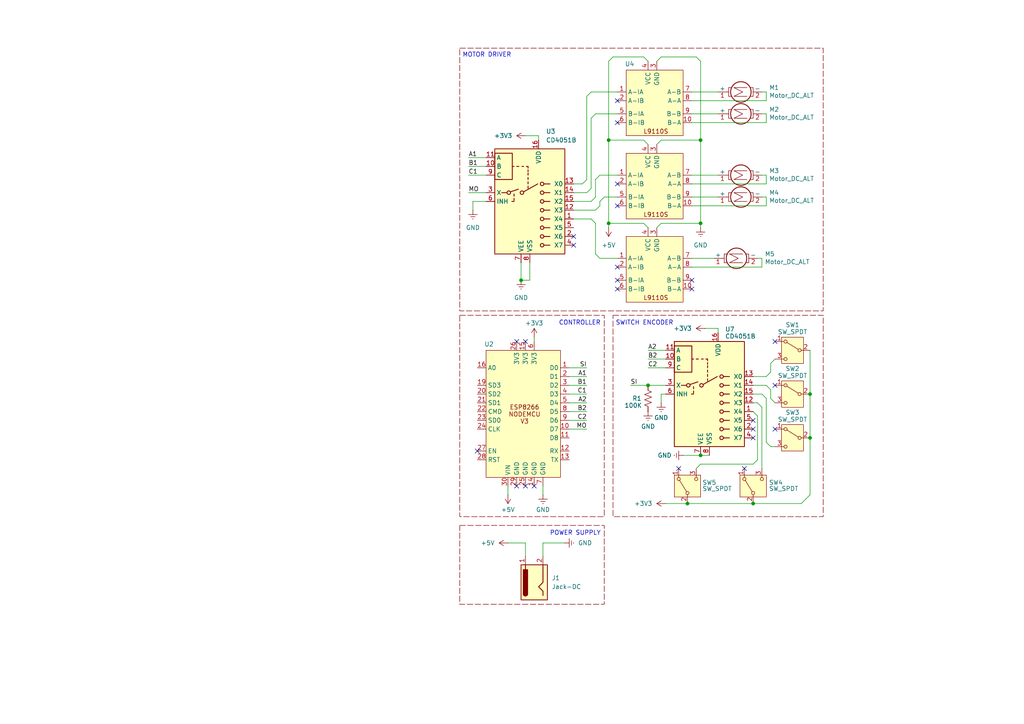
<source format=kicad_sch>
(kicad_sch (version 20250114) (generator "eeschema") (generator_version "9.0")
  (paper "A4")
  (title_block (title "Rinsing Machine wiring") (date "2025-07-20") (rev "4"))
  (lib_symbols
    (symbol "Analog_Switch:CD4051B"
      (property "Reference" "U" (at -10.16 16.51 0))
      (property "Value" "CD4051B" (at 3.81 16.51 0))
      (symbol "CD4051B_0_1"
        (rectangle (start -10.16 15.24) (end 10.16 -15.24) (stroke (width 0.254)) (fill (type background)))
        (rectangle (start -10.16 6.35) (end -5.08 13.97) (stroke (width 0.254)))
        (polyline (pts (xy -8.128 2.54) (xy -6.604 2.54)) (stroke (width 0.254)))
        (circle (center -6.096 2.54) (radius 0.508) (stroke (width 0.254)))
        (polyline (pts (xy -5.588 2.794) (xy -3.302 3.556)) (stroke (width 0.254)))
        (polyline (pts (xy -4.572 10.16) (xy -5.08 10.16)) (stroke (width 0.254)))
        (polyline (pts (xy -4.572 1.524) (xy -4.572 2.159)) (stroke (width 0.254)))
        (polyline (pts (xy -4.572 0.254) (xy -4.572 0.889)) (stroke (width 0.254)))
        (polyline (pts (xy -4.572 0) (xy -5.207 0)) (stroke (width 0.254)))
        (polyline (pts (xy -3.81 10.16) (xy -3.175 10.16)) (stroke (width 0.254)))
        (circle (center -2.286 2.54) (radius 0.508) (stroke (width 0.254)))
        (polyline (pts (xy -1.778 10.16) (xy -2.286 10.16)) (stroke (width 0.254)))
        (polyline (pts (xy -1.778 2.794) (xy 2.286 5.08)) (stroke (width 0.254)))
        (polyline (pts (xy -0.508 10.16) (xy -1.016 10.16)) (stroke (width 0.254)))
        (polyline (pts (xy -0.508 9.652) (xy -0.508 10.16)) (stroke (width 0.254)))
        (polyline (pts (xy -0.508 8.636) (xy -0.508 9.144)) (stroke (width 0.254)))
        (polyline (pts (xy -0.508 7.62) (xy -0.508 8.255)) (stroke (width 0.254)))
        (polyline (pts (xy -0.508 6.35) (xy -0.508 6.985)) (stroke (width 0.254)))
        (polyline (pts (xy -0.508 5.08) (xy -0.508 5.715)) (stroke (width 0.254)))
        (polyline (pts (xy -0.508 3.81) (xy -0.508 4.445)) (stroke (width 0.254)))
        (circle (center 3.556 5.08) (radius 0.508) (stroke (width 0.254)))
        (circle (center 3.556 2.54) (radius 0.508) (stroke (width 0.254)))
        (circle (center 3.556 0) (radius 0.508) (stroke (width 0.254)))
        (circle (center 3.556 -2.54) (radius 0.508) (stroke (width 0.254)))
        (circle (center 3.556 -5.08) (radius 0.508) (stroke (width 0.254)))
        (circle (center 3.556 -7.62) (radius 0.508) (stroke (width 0.254)))
        (circle (center 3.556 -10.16) (radius 0.508) (stroke (width 0.254)))
        (circle (center 3.556 -12.7) (radius 0.508) (stroke (width 0.254)))
        (polyline (pts (xy 4.064 5.08) (xy 5.842 5.08)) (stroke (width 0.254)))
        (polyline (pts (xy 4.064 2.54) (xy 5.842 2.54)) (stroke (width 0.254)))
        (polyline (pts (xy 4.064 0) (xy 5.842 0)) (stroke (width 0.254)))
        (polyline (pts (xy 4.064 -2.54) (xy 5.842 -2.54)) (stroke (width 0.254)))
        (polyline (pts (xy 4.064 -5.08) (xy 5.842 -5.08)) (stroke (width 0.254)))
        (polyline (pts (xy 4.064 -7.62) (xy 5.842 -7.62)) (stroke (width 0.254)))
        (polyline (pts (xy 4.064 -10.16) (xy 5.842 -10.16)) (stroke (width 0.254)))
        (polyline (pts (xy 4.064 -12.7) (xy 5.842 -12.7)) (stroke (width 0.254)))
      )
      (symbol "CD4051B_1_1"
        (pin input line (at -12.7 12.7 0) (length 2.54) (name "A") (number "11"))
        (pin input line (at -12.7 10.16 0) (length 2.54) (name "B") (number "10"))
        (pin input line (at -12.7 7.62 0) (length 2.54) (name "C") (number "9"))
        (pin bidirectional line (at -12.7 2.54 0) (length 2.54) (name "X") (number "3"))
        (pin input line (at -12.7 0 0) (length 2.54) (name "INH") (number "6"))
        (pin power_in line (at -2.54 -17.78 90) (length 2.54) (name "VEE") (number "7"))
        (pin power_in line (at 0 -17.78 90) (length 2.54) (name "VSS") (number "8"))
        (pin power_in line (at 2.54 17.78 270) (length 2.54) (name "VDD") (number "16"))
        (pin bidirectional line (at 12.7 5.08 180) (length 2.54) (name "X0") (number "13"))
        (pin bidirectional line (at 12.7 2.54 180) (length 2.54) (name "X1") (number "14"))
        (pin bidirectional line (at 12.7 0 180) (length 2.54) (name "X2") (number "15"))
        (pin bidirectional line (at 12.7 -2.54 180) (length 2.54) (name "X3") (number "12"))
        (pin bidirectional line (at 12.7 -5.08 180) (length 2.54) (name "X4") (number "1"))
        (pin bidirectional line (at 12.7 -7.62 180) (length 2.54) (name "X5") (number "5"))
        (pin bidirectional line (at 12.7 -10.16 180) (length 2.54) (name "X6") (number "2"))
        (pin bidirectional line (at 12.7 -12.7 180) (length 2.54) (name "X7") (number "4"))
      )
    )
    (symbol "Connector:Jack-DC" (pin_names (offset 1.016))
      (property "Reference" "J" (at 0 5.334 0))
      (property "Value" "Jack-DC" (at 0 -5.08 0))
      (symbol "Jack-DC_0_1"
        (rectangle (start -5.08 3.81) (end 5.08 -3.81) (stroke (width 0.254)) (fill (type background)))
        (polyline (pts (xy -3.81 -2.54) (xy -2.54 -2.54) (xy -1.27 -1.27) (xy 0 -2.54) (xy 2.54 -2.54) (xy 5.08 -2.54)) (stroke (width 0.254)))
        (arc (start -3.302 1.905) (mid -3.9343 2.54) (end -3.302 3.175) (stroke (width 0.254)))
        (arc (start -3.302 1.905) (mid -3.9343 2.54) (end -3.302 3.175) (stroke (width 0.254)) (fill (type outline)))
        (rectangle (start 3.683 3.175) (end -3.302 1.905) (stroke (width 0.254)) (fill (type outline)))
        (polyline (pts (xy 5.08 2.54) (xy 3.81 2.54)) (stroke (width 0.254)))
      )
      (symbol "Jack-DC_1_1"
        (pin passive line (at 7.62 2.54 180) (length 2.54) (name "~") (number "1"))
        (pin passive line (at 7.62 -2.54 180) (length 2.54) (name "~") (number "2"))
      )
    )
    (symbol "CustomSymbol:ESP8266_NODEMCU_V3"
      (property "Reference" "U" (at -10.922 19.304 0))
      (symbol "ESP8266_NODEMCU_V3_0_1"
        (rectangle (start -11.43 17.78) (end 10.16 -19.05) (fill (type background)))
      )
      (symbol "ESP8266_NODEMCU_V3_1_1"
        (text "ESP8266\nNODEMCU\nV3" (at -0.254 -0.762 0) (effects (font (size 1.27 1.27))))
        (pin input line (at -13.97 12.7 0) (length 2.54) (name "A0") (number "16"))
        (pin bidirectional line (at -13.97 7.62 0) (length 2.54) (name "SD3") (number "19"))
        (pin bidirectional line (at -13.97 5.08 0) (length 2.54) (name "SD2") (number "20"))
        (pin bidirectional line (at -13.97 2.54 0) (length 2.54) (name "SD1") (number "21"))
        (pin bidirectional line (at -13.97 0 0) (length 2.54) (name "CMD") (number "22"))
        (pin bidirectional line (at -13.97 -2.54 0) (length 2.54) (name "SD0") (number "23"))
        (pin bidirectional line (at -13.97 -5.08 0) (length 2.54) (name "CLK") (number "24"))
        (pin open_collector line (at -13.97 -11.43 0) (length 2.54) (name "EN") (number "27"))
        (pin open_collector line (at -13.97 -13.97 0) (length 2.54) (name "RST") (number "28"))
        (pin power_in line (at -5.08 -21.59 90) (length 2.54) (name "VIN") (number "30"))
        (pin power_out line (at -2.54 20.32 270) (length 2.54) (name "3V3") (number "26"))
        (pin power_in line (at -2.54 -21.59 90) (length 2.54) (name "GND") (number "29"))
        (pin power_out line (at 0 20.32 270) (length 2.54) (name "3V3") (number "15"))
        (pin power_in line (at 0 -21.59 90) (length 2.54) (name "GND") (number "25"))
        (pin power_out line (at 2.54 20.32 270) (length 2.54) (name "3V3") (number "6"))
        (pin power_in line (at 2.54 -21.59 90) (length 2.54) (name "GND") (number "14"))
        (pin power_in line (at 5.08 -21.59 90) (length 2.54) (name "GND") (number "7"))
        (pin bidirectional line (at 12.7 12.7 180) (length 2.54) (name "D0") (number "1"))
        (pin bidirectional line (at 12.7 10.16 180) (length 2.54) (name "D1") (number "2"))
        (pin bidirectional line (at 12.7 7.62 180) (length 2.54) (name "D2") (number "3"))
        (pin bidirectional line (at 12.7 5.08 180) (length 2.54) (name "D3") (number "4"))
        (pin bidirectional line (at 12.7 2.54 180) (length 2.54) (name "D4") (number "5"))
        (pin bidirectional line (at 12.7 0 180) (length 2.54) (name "D5") (number "8"))
        (pin bidirectional line (at 12.7 -2.54 180) (length 2.54) (name "D6") (number "9"))
        (pin bidirectional line (at 12.7 -5.08 180) (length 2.54) (name "D7") (number "10"))
        (pin bidirectional line (at 12.7 -7.62 180) (length 2.54) (name "D8") (number "11"))
        (pin bidirectional line (at 12.7 -11.43 180) (length 2.54) (name "RX") (number "12"))
        (pin bidirectional line (at 12.7 -13.97 180) (length 2.54) (name "TX") (number "13"))
      )
    )
    (symbol "CustomSymbol:L9110S"
      (property "Reference" "U" (at -8.382 11.684 0))
      (symbol "L9110S_0_1"
        (rectangle (start -8.89 10.16) (end 7.62 -8.89) (fill (type background)))
      )
      (symbol "L9110S_1_1"
        (text "L9110S" (at -0.254 -7.62 0) (effects (font (size 1.27 1.27))))
        (pin input line (at -11.43 3.81 0) (length 2.54) (name "A-IA") (number "1"))
        (pin input line (at -11.43 1.27 0) (length 2.54) (name "A-IB") (number "2"))
        (pin input line (at -11.43 -2.54 0) (length 2.54) (name "B-IA") (number "5"))
        (pin input line (at -11.43 -5.08 0) (length 2.54) (name "B-IB") (number "6"))
        (pin power_in line (at -2.54 12.7 270) (length 2.54) (name "VCC") (number "4"))
        (pin power_in line (at 0 12.7 270) (length 2.54) (name "GND") (number "3"))
        (pin power_out line (at 10.16 3.81 180) (length 2.54) (name "A-B") (number "7"))
        (pin power_out line (at 10.16 1.27 180) (length 2.54) (name "A-A") (number "8"))
        (pin power_out line (at 10.16 -2.54 180) (length 2.54) (name "B-B") (number "9"))
        (pin power_out line (at 10.16 -5.08 180) (length 2.54) (name "B-A") (number "10"))
      )
    )
    (symbol "Device:R_US" (pin_numbers (hide yes)) (pin_names (offset 0))
      (property "Reference" "R" (at 2.54 0 90))
      (property "Value" "R_US" (at -2.54 0 90))
      (symbol "R_US_0_1"
        (polyline (pts (xy 0 2.286) (xy 0 2.54)))
        (polyline (pts (xy 0 2.286) (xy 1.016 1.905) (xy 0 1.524) (xy -1.016 1.143) (xy 0 0.762)))
        (polyline (pts (xy 0 0.762) (xy 1.016 0.381) (xy 0 0) (xy -1.016 -0.381) (xy 0 -0.762)))
        (polyline (pts (xy 0 -0.762) (xy 1.016 -1.143) (xy 0 -1.524) (xy -1.016 -1.905) (xy 0 -2.286)))
        (polyline (pts (xy 0 -2.286) (xy 0 -2.54)))
      )
      (symbol "R_US_1_1"
        (pin passive line (at 0 3.81 270) (length 1.27) (name "~") (number "1"))
        (pin passive line (at 0 -3.81 90) (length 1.27) (name "~") (number "2"))
      )
    )
    (symbol "Motor:Motor_DC_ALT" (pin_names (offset 0))
      (property "Reference" "M" (at 2.54 2.54 0))
      (property "Value" "Motor_DC_ALT" (at 2.54 -5.08 0))
      (symbol "Motor_DC_ALT_0_0"
        (polyline (pts (xy -1.27 1.27) (xy -1.27 2.032) (xy 1.27 2.032) (xy 1.27 1.27)))
        (polyline (pts (xy -1.27 -3.302) (xy -1.27 0.508) (xy 0 -2.032) (xy 1.27 0.508) (xy 1.27 -3.302)))
        (polyline (pts (xy -1.27 -4.318) (xy -1.27 -5.08) (xy 1.27 -5.08) (xy 1.27 -4.318)))
        (circle (center 0 -1.524) (radius 2.9718) (stroke (width 0.254)))
      )
      (symbol "Motor_DC_ALT_0_1"
        (polyline (pts (xy 0 2.032) (xy 0 2.54)))
      )
      (symbol "Motor_DC_ALT_1_1"
        (pin passive line (at 0 5.08 270) (length 2.54) (name "+") (number "1"))
        (pin passive line (at 0 -7.62 90) (length 2.54) (name "-") (number "2"))
      )
    )
    (symbol "Switch:SW_SPDT" (pin_names (offset 0) (hide yes))
      (property "Reference" "SW" (at 0 5.08 0))
      (property "Value" "SW_SPDT" (at 0 -5.08 0))
      (symbol "SW_SPDT_0_1"
        (circle (center -2.032 0) (radius 0.4572))
        (polyline (pts (xy -1.651 0.254) (xy 1.651 2.286)))
        (circle (center 2.032 2.54) (radius 0.4572))
        (circle (center 2.032 -2.54) (radius 0.4572))
      )
      (symbol "SW_SPDT_1_1"
        (rectangle (start -3.175 3.81) (end 3.175 -3.81) (fill (type background)))
        (pin passive line (at -5.08 0 0) (length 2.54) (name "B") (number "2"))
        (pin passive line (at 5.08 2.54 180) (length 2.54) (name "A") (number "1"))
        (pin passive line (at 5.08 -2.54 180) (length 2.54) (name "C") (number "3"))
      )
    )
    (symbol "power:+3.3V" (power) (pin_numbers (hide yes)) (pin_names (offset 0) (hide yes))
      (property "Value" "+3.3V" (at 0 3.556 0))
      (symbol "+3.3V_0_1"
        (polyline (pts (xy -0.762 1.27) (xy 0 2.54)))
        (polyline (pts (xy 0 2.54) (xy 0.762 1.27)))
        (polyline (pts (xy 0 0) (xy 0 2.54)))
      )
      (symbol "+3.3V_1_1"
        (pin power_in line (at 0 0 90) (length 0) (name "~") (number "1"))
      )
    )
    (symbol "power:+3V3" (power) (pin_numbers (hide yes)) (pin_names (offset 0) (hide yes))
      (property "Value" "+3V3" (at 0 3.556 0))
      (symbol "+3V3_0_1"
        (polyline (pts (xy -0.762 1.27) (xy 0 2.54)))
        (polyline (pts (xy 0 2.54) (xy 0.762 1.27)))
        (polyline (pts (xy 0 0) (xy 0 2.54)))
      )
      (symbol "+3V3_1_1"
        (pin power_in line (at 0 0 90) (length 0) (name "~") (number "1"))
      )
    )
    (symbol "power:+5V" (power) (pin_numbers (hide yes)) (pin_names (offset 0) (hide yes))
      (property "Value" "+5V" (at 0 3.556 0))
      (symbol "+5V_0_1"
        (polyline (pts (xy -0.762 1.27) (xy 0 2.54)))
        (polyline (pts (xy 0 2.54) (xy 0.762 1.27)))
        (polyline (pts (xy 0 0) (xy 0 2.54)))
      )
      (symbol "+5V_1_1"
        (pin power_in line (at 0 0 90) (length 0) (name "~") (number "1"))
      )
    )
    (symbol "power:GNDREF" (power) (pin_numbers (hide yes)) (pin_names (offset 0) (hide yes))
      (property "Value" "GNDREF" (at 0 -3.81 0))
      (symbol "GNDREF_0_1"
        (polyline (pts (xy -0.635 -1.905) (xy 0.635 -1.905)))
        (polyline (pts (xy -0.127 -2.54) (xy 0.127 -2.54)))
        (polyline (pts (xy 0 -1.27) (xy 0 0)))
        (polyline (pts (xy 1.27 -1.27) (xy -1.27 -1.27)))
      )
      (symbol "GNDREF_1_1"
        (pin power_in line (at 0 0 270) (length 0) (name "~") (number "1"))
      )
    )
  )
  (rectangle (start 133.35 13.97) (end 238.76 90.17) (stroke (width 0) (type dash) (color 132 0 0 1)))
  (rectangle (start 133.35 152.4) (end 175.26 175.26) (stroke (width 0) (type dash) (color 132 0 0 1)))
  (rectangle (start 133.35 91.44) (end 175.26 149.86) (stroke (width 0) (type dash) (color 132 0 0 1)))
  (rectangle (start 177.8 91.44) (end 238.76 149.86) (stroke (width 0) (type dash) (color 132 0 0 1)))
  (text "CONTROLLER" (at 168.148 93.726 0) (effects (font (size 1.27 1.27))))
  (text "POWER SUPPLY" (at 166.878 154.686 0) (effects (font (size 1.27 1.27))))
  (text "MOTOR DRIVER" (at 141.224 16.002 0) (effects (font (size 1.27 1.27))))
  (text "SWITCH ENCODER" (at 186.944 93.726 0) (effects (font (size 1.27 1.27))))
  (junction (at 218.44 146.05))
  (junction (at 151.13 81.28))
  (junction (at 187.96 111.76))
  (junction (at 176.53 40.64))
  (junction (at 203.2 132.08))
  (junction (at 234.95 114.3))
  (junction (at 203.2 40.64))
  (junction (at 176.53 64.77))
  (junction (at 199.39 146.05))
  (junction (at 234.95 127))
  (junction (at 203.2 64.77))
  (no_connect (at 215.9 135.89))
  (no_connect (at 179.07 83.82))
  (no_connect (at 200.66 83.82))
  (no_connect (at 224.79 99.06))
  (no_connect (at 218.44 127))
  (no_connect (at 224.79 124.46))
  (no_connect (at 149.86 99.06))
  (no_connect (at 179.07 53.34))
  (no_connect (at 154.94 140.97))
  (no_connect (at 138.43 130.81))
  (no_connect (at 200.66 81.28))
  (no_connect (at 196.85 135.89))
  (no_connect (at 179.07 59.69))
  (no_connect (at 218.44 124.46))
  (no_connect (at 152.4 99.06))
  (no_connect (at 224.79 111.76))
  (no_connect (at 152.4 140.97))
  (no_connect (at 218.44 121.92))
  (no_connect (at 179.07 81.28))
  (no_connect (at 166.37 68.58))
  (no_connect (at 179.07 35.56))
  (no_connect (at 179.07 29.21))
  (no_connect (at 179.07 77.47))
  (no_connect (at 166.37 71.12))
  (no_connect (at 149.86 140.97))
  (wire (pts (xy 176.53 17.78) (xy 176.53 40.64)))
  (wire (pts (xy 220.98 50.8) (xy 222.25 50.8)))
  (wire (pts (xy 172.72 64.77) (xy 172.72 73.66)))
  (wire (pts (xy 152.4 39.37) (xy 156.21 39.37)))
  (wire (pts (xy 154.94 97.79) (xy 154.94 99.06)))
  (wire (pts (xy 171.45 54.61) (xy 170.18 55.88)))
  (wire (pts (xy 222.25 115.57) (xy 220.98 114.3)))
  (wire (pts (xy 168.91 53.34) (xy 170.18 52.07)))
  (wire (pts (xy 187.96 111.76) (xy 193.04 111.76)))
  (wire (pts (xy 151.13 76.2) (xy 151.13 81.28)))
  (wire (pts (xy 166.37 63.5) (xy 171.45 63.5)))
  (wire (pts (xy 222.25 50.8) (xy 222.25 53.34)))
  (wire (pts (xy 190.5 66.04) (xy 191.77 64.77)))
  (wire (pts (xy 222.25 128.27) (xy 222.25 115.57)))
  (wire (pts (xy 187.96 101.6) (xy 193.04 101.6)))
  (wire (pts (xy 232.41 146.05) (xy 234.95 143.51)))
  (wire (pts (xy 137.16 58.42) (xy 140.97 58.42)))
  (wire (pts (xy 166.37 58.42) (xy 171.45 58.42)))
  (wire (pts (xy 218.44 114.3) (xy 220.98 114.3)))
  (wire (pts (xy 198.12 132.08) (xy 203.2 132.08)))
  (wire (pts (xy 156.21 39.37) (xy 156.21 40.64)))
  (wire (pts (xy 135.89 50.8) (xy 140.97 50.8)))
  (wire (pts (xy 191.77 16.51) (xy 201.93 16.51)))
  (wire (pts (xy 200.66 26.67) (xy 208.28 26.67)))
  (wire (pts (xy 172.72 33.02) (xy 179.07 33.02)))
  (wire (pts (xy 204.47 95.25) (xy 208.28 95.25)))
  (wire (pts (xy 182.88 111.76) (xy 187.96 111.76)))
  (wire (pts (xy 220.98 74.93) (xy 220.98 77.47)))
  (wire (pts (xy 171.45 34.29) (xy 171.45 54.61)))
  (wire (pts (xy 220.98 57.15) (xy 222.25 57.15)))
  (wire (pts (xy 176.53 64.77) (xy 186.69 64.77)))
  (wire (pts (xy 166.37 53.34) (xy 168.91 53.34)))
  (wire (pts (xy 173.99 58.42) (xy 175.26 57.15)))
  (wire (pts (xy 218.44 146.05) (xy 232.41 146.05)))
  (wire (pts (xy 135.89 45.72) (xy 140.97 45.72)))
  (wire (pts (xy 218.44 111.76) (xy 222.25 111.76)))
  (wire (pts (xy 203.2 132.08) (xy 205.74 132.08)))
  (wire (pts (xy 223.52 129.54) (xy 224.79 129.54)))
  (wire (pts (xy 234.95 127) (xy 234.95 143.51)))
  (wire (pts (xy 201.93 135.89) (xy 203.2 134.62)))
  (wire (pts (xy 165.1 121.92) (xy 170.18 121.92)))
  (wire (pts (xy 222.25 33.02) (xy 222.25 35.56)))
  (wire (pts (xy 166.37 55.88) (xy 170.18 55.88)))
  (wire (pts (xy 135.89 48.26) (xy 140.97 48.26)))
  (wire (pts (xy 200.66 29.21) (xy 222.25 29.21)))
  (wire (pts (xy 203.2 64.77) (xy 203.2 66.04)))
  (wire (pts (xy 165.1 106.68) (xy 170.18 106.68)))
  (wire (pts (xy 166.37 60.96) (xy 172.72 60.96)))
  (wire (pts (xy 186.69 16.51) (xy 187.96 17.78)))
  (wire (pts (xy 171.45 34.29) (xy 172.72 33.02)))
  (wire (pts (xy 200.66 74.93) (xy 207.01 74.93)))
  (wire (pts (xy 187.96 104.14) (xy 193.04 104.14)))
  (wire (pts (xy 218.44 116.84) (xy 219.71 116.84)))
  (wire (pts (xy 173.99 74.93) (xy 179.07 74.93)))
  (wire (pts (xy 200.66 77.47) (xy 220.98 77.47)))
  (wire (pts (xy 223.52 113.03) (xy 223.52 115.57)))
  (wire (pts (xy 187.96 106.68) (xy 193.04 106.68)))
  (wire (pts (xy 220.98 33.02) (xy 222.25 33.02)))
  (wire (pts (xy 176.53 17.78) (xy 177.8 16.51)))
  (wire (pts (xy 175.26 57.15) (xy 179.07 57.15)))
  (wire (pts (xy 171.45 58.42) (xy 172.72 57.15)))
  (wire (pts (xy 200.66 53.34) (xy 222.25 53.34)))
  (wire (pts (xy 171.45 26.67) (xy 179.07 26.67)))
  (wire (pts (xy 218.44 134.62) (xy 219.71 133.35)))
  (wire (pts (xy 151.13 81.28) (xy 153.67 81.28)))
  (wire (pts (xy 203.2 134.62) (xy 218.44 134.62)))
  (wire (pts (xy 191.77 114.3) (xy 191.77 116.84)))
  (wire (pts (xy 147.32 157.48) (xy 152.4 157.48)))
  (wire (pts (xy 200.66 57.15) (xy 208.28 57.15)))
  (wire (pts (xy 218.44 109.22) (xy 222.25 109.22)))
  (wire (pts (xy 165.1 111.76) (xy 170.18 111.76)))
  (wire (pts (xy 200.66 33.02) (xy 208.28 33.02)))
  (wire (pts (xy 165.1 124.46) (xy 170.18 124.46)))
  (wire (pts (xy 220.98 135.89) (xy 220.98 118.11)))
  (wire (pts (xy 222.25 109.22) (xy 223.52 107.95)))
  (wire (pts (xy 200.66 35.56) (xy 222.25 35.56)))
  (wire (pts (xy 176.53 40.64) (xy 176.53 64.77)))
  (wire (pts (xy 165.1 114.3) (xy 170.18 114.3)))
  (wire (pts (xy 223.52 107.95) (xy 223.52 105.41)))
  (wire (pts (xy 157.48 157.48) (xy 157.48 161.29)))
  (wire (pts (xy 222.25 57.15) (xy 222.25 59.69)))
  (wire (pts (xy 187.96 66.04) (xy 186.69 64.77)))
  (wire (pts (xy 165.1 116.84) (xy 170.18 116.84)))
  (wire (pts (xy 234.95 101.6) (xy 234.95 114.3)))
  (wire (pts (xy 199.39 146.05) (xy 218.44 146.05)))
  (wire (pts (xy 176.53 64.77) (xy 176.53 66.04)))
  (wire (pts (xy 170.18 27.94) (xy 171.45 26.67)))
  (wire (pts (xy 191.77 64.77) (xy 203.2 64.77)))
  (wire (pts (xy 187.96 41.91) (xy 186.69 40.64)))
  (wire (pts (xy 157.48 140.97) (xy 157.48 143.51)))
  (wire (pts (xy 193.04 146.05) (xy 199.39 146.05)))
  (wire (pts (xy 208.28 95.25) (xy 208.28 96.52)))
  (wire (pts (xy 203.2 17.78) (xy 201.93 16.51)))
  (wire (pts (xy 172.72 60.96) (xy 173.99 59.69)))
  (wire (pts (xy 172.72 64.77) (xy 171.45 63.5)))
  (wire (pts (xy 223.52 115.57) (xy 224.79 116.84)))
  (wire (pts (xy 165.1 119.38) (xy 170.18 119.38)))
  (wire (pts (xy 191.77 40.64) (xy 203.2 40.64)))
  (wire (pts (xy 219.71 74.93) (xy 220.98 74.93)))
  (wire (pts (xy 222.25 26.67) (xy 222.25 29.21)))
  (wire (pts (xy 157.48 157.48) (xy 163.83 157.48)))
  (wire (pts (xy 137.16 58.42) (xy 137.16 60.96)))
  (wire (pts (xy 220.98 26.67) (xy 222.25 26.67)))
  (wire (pts (xy 147.32 140.97) (xy 147.32 143.51)))
  (wire (pts (xy 200.66 59.69) (xy 222.25 59.69)))
  (wire (pts (xy 223.52 105.41) (xy 224.79 104.14)))
  (wire (pts (xy 222.25 128.27) (xy 223.52 129.54)))
  (wire (pts (xy 172.72 73.66) (xy 173.99 74.93)))
  (wire (pts (xy 173.99 59.69) (xy 173.99 58.42)))
  (wire (pts (xy 219.71 120.65) (xy 218.44 119.38)))
  (wire (pts (xy 170.18 52.07) (xy 170.18 27.94)))
  (wire (pts (xy 173.99 50.8) (xy 179.07 50.8)))
  (wire (pts (xy 177.8 16.51) (xy 186.69 16.51)))
  (wire (pts (xy 135.89 55.88) (xy 140.97 55.88)))
  (wire (pts (xy 200.66 50.8) (xy 208.28 50.8)))
  (wire (pts (xy 165.1 109.22) (xy 170.18 109.22)))
  (wire (pts (xy 191.77 114.3) (xy 193.04 114.3)))
  (wire (pts (xy 172.72 52.07) (xy 173.99 50.8)))
  (wire (pts (xy 220.98 118.11) (xy 219.71 116.84)))
  (wire (pts (xy 222.25 111.76) (xy 223.52 113.03)))
  (wire (pts (xy 203.2 40.64) (xy 203.2 17.78)))
  (wire (pts (xy 234.95 114.3) (xy 234.95 127)))
  (wire (pts (xy 191.77 16.51) (xy 190.5 17.78)))
  (wire (pts (xy 190.5 41.91) (xy 191.77 40.64)))
  (wire (pts (xy 172.72 57.15) (xy 172.72 52.07)))
  (wire (pts (xy 176.53 40.64) (xy 186.69 40.64)))
  (wire (pts (xy 153.67 76.2) (xy 153.67 81.28)))
  (wire (pts (xy 152.4 157.48) (xy 152.4 161.29)))
  (wire (pts (xy 219.71 133.35) (xy 219.71 120.65)))
  (wire (pts (xy 203.2 40.64) (xy 203.2 64.77)))
  (label "SI" (at 170.18 106.68 180))
  (label "A2" (at 187.96 101.6 0))
  (label "B2" (at 170.18 119.38 180))
  (label "B1" (at 170.18 111.76 180))
  (label "C1" (at 135.89 50.8 0))
  (label "SI" (at 182.88 111.76 0))
  (label "C2" (at 170.18 121.92 180))
  (label "A1" (at 170.18 109.22 180))
  (label "B2" (at 187.96 104.14 0))
  (label "B1" (at 135.89 48.26 0))
  (label "A1" (at 135.89 45.72 0))
  (label "C2" (at 187.96 106.68 0))
  (label "MO" (at 170.18 124.46 180))
  (label "A2" (at 170.18 116.84 180))
  (label "MO" (at 135.89 55.88 0))
  (label "C1" (at 170.18 114.3 180))
  (symbol (lib_id "CustomSymbol:L9110S") (at 190.5 78.74 0) (unit 1)
    (property "Reference" "U6" (effects (hide yes)))
  )
  (symbol (lib_id "power:GNDREF") (at 151.13 81.28 0) (unit 1)
    (property "Reference" "#PWR07" (effects (hide yes)))
    (property "Value" "GND" (at 151.13 86.36 0))
    (property "Description" "Power symbol creates a global label with name \"GNDREF\" , reference supply ground" (effects (hide yes)))
  )
  (symbol (lib_id "Device:R_US") (at 187.96 115.57 0) (unit 1)
    (property "Reference" "R1" (at 183.388 115.57 0) (effects (justify left)))
    (property "Value" "100K" (at 181.102 117.602 0) (effects (justify left)))
    (property "Description" "Resistor, US symbol" (effects (hide yes)))
  )
  (symbol (lib_id "CustomSymbol:L9110S") (at 190.5 30.48 0) (unit 1)
    (property "Reference" "U4" (at 182.626 18.542 0))
  )
  (symbol (lib_id "power:GNDREF") (at 163.83 157.48 90) (unit 1)
    (property "Reference" "#PWR01" (effects (hide yes)))
    (property "Value" "GND" (at 167.64 157.4799 90) (effects (justify right)))
    (property "Description" "Power symbol creates a global label with name \"GNDREF\" , reference supply ground" (effects (hide yes)))
  )
  (symbol (lib_id "power:GNDREF") (at 203.2 66.04 0) (unit 1)
    (property "Reference" "#PWR09" (effects (hide yes)))
    (property "Value" "GND" (at 203.2 71.12 0))
    (property "Description" "Power symbol creates a global label with name \"GNDREF\" , reference supply ground" (effects (hide yes)))
  )
  (symbol (lib_id "Switch:SW_SPDT") (at 199.39 140.97 90) (unit 1)
    (property "Reference" "SW5" (at 203.708 139.954 90) (effects (justify right)))
    (property "Value" "SW_SPDT" (at 203.708 141.732 90) (effects (justify right)))
    (property "Description" "Switch, single pole double throw" (effects (hide yes)))
  )
  (symbol (lib_id "CustomSymbol:ESP8266_NODEMCU_V3") (at 152.4 119.38 0) (unit 1)
    (property "Reference" "U2" (at 140.462 99.822 0) (effects (justify left)))
  )
  (symbol (lib_id "power:+3V3") (at 193.04 146.05 90) (unit 1)
    (property "Reference" "#PWR013" (effects (hide yes)))
    (property "Value" "+3V3" (at 189.23 146.0499 90) (effects (justify left)))
    (property "Description" "Power symbol creates a global label with name \"+3V3\"" (effects (hide yes)))
  )
  (symbol (lib_id "Switch:SW_SPDT") (at 218.44 140.97 90) (unit 1)
    (property "Reference" "SW4" (at 223.012 139.954 90) (effects (justify right)))
    (property "Value" "SW_SPDT" (at 223.012 141.732 90) (effects (justify right)))
    (property "Description" "Switch, single pole double throw" (effects (hide yes)))
  )
  (symbol (lib_id "Motor:Motor_DC_ALT") (at 213.36 26.67 90) (unit 1)
    (property "Reference" "M1" (at 224.536 25.4 90))
    (property "Value" "Motor_DC_ALT" (at 229.616 27.686 90))
    (property "Description" "DC Motor, alternative symbol" (effects (hide yes)))
  )
  (symbol (lib_id "power:GNDREF") (at 198.12 132.08 270) (unit 1)
    (property "Reference" "#PWR012" (effects (hide yes)))
    (property "Value" "GND" (at 194.818 132.08 90) (effects (justify right)))
    (property "Description" "Power symbol creates a global label with name \"GNDREF\" , reference supply ground" (effects (hide yes)))
  )
  (symbol (lib_id "Motor:Motor_DC_ALT") (at 212.09 74.93 90) (unit 1)
    (property "Reference" "M5" (at 223.266 73.66 90))
    (property "Value" "Motor_DC_ALT" (at 228.346 75.946 90))
    (property "Description" "DC Motor, alternative symbol" (effects (hide yes)))
  )
  (symbol (lib_id "Motor:Motor_DC_ALT") (at 213.36 50.8 90) (unit 1)
    (property "Reference" "M3" (at 224.536 49.53 90))
    (property "Value" "Motor_DC_ALT" (at 229.616 51.816 90))
    (property "Description" "DC Motor, alternative symbol" (effects (hide yes)))
  )
  (symbol (lib_id "power:GNDREF") (at 187.96 119.38 0) (unit 1)
    (property "Reference" "#PWR011" (effects (hide yes)))
    (property "Value" "GND" (at 187.96 123.698 0))
    (property "Description" "Power symbol creates a global label with name \"GNDREF\" , reference supply ground" (effects (hide yes)))
  )
  (symbol (lib_id "power:GNDREF") (at 157.48 143.51 0) (unit 1)
    (property "Reference" "#PWR05" (effects (hide yes)))
    (property "Value" "GND" (at 157.48 147.828 0))
    (property "Description" "Power symbol creates a global label with name \"GNDREF\" , reference supply ground" (effects (hide yes)))
  )
  (symbol (lib_id "Motor:Motor_DC_ALT") (at 213.36 57.15 90) (unit 1)
    (property "Reference" "M4" (at 224.536 55.88 90))
    (property "Value" "Motor_DC_ALT" (at 229.616 58.166 90))
    (property "Description" "DC Motor, alternative symbol" (effects (hide yes)))
  )
  (symbol (lib_id "Analog_Switch:CD4051B") (at 205.74 114.3 0) (unit 1)
    (property "Reference" "U7" (at 210.312 95.504 0) (effects (justify left)))
    (property "Value" "CD4051B" (at 210.312 97.536 0) (effects (justify left)))
    (property "Datasheet" "http://www.ti.com/lit/ds/symlink/cd4052b.pdf" (effects (hide yes)))
    (property "Description" "CMOS single 8-channel analog multiplexer demultiplexer, TSSOP-16/DIP-16/SOIC-16" (effects (hide yes)))
  )
  (symbol (lib_id "power:+5V") (at 147.32 157.48 90) (unit 1)
    (property "Reference" "#PWR02" (effects (hide yes)))
    (property "Value" "+5V" (at 143.51 157.4799 90) (effects (justify left)))
    (property "Description" "Power symbol creates a global label with name \"+5V\"" (effects (hide yes)))
  )
  (symbol (lib_id "Switch:SW_SPDT") (at 229.87 127 0) (mirror y) (unit 1)
    (property "Reference" "SW3" (at 229.87 119.634 0))
    (property "Value" "SW_SPDT" (at 229.87 121.666 0))
    (property "Description" "Switch, single pole double throw" (effects (hide yes)))
  )
  (symbol (lib_id "CustomSymbol:L9110S") (at 190.5 54.61 0) (unit 1)
    (property "Reference" "U5" (effects (hide yes)))
  )
  (symbol (lib_id "power:+3V3") (at 154.94 97.79 0) (unit 1)
    (property "Reference" "#PWR010" (effects (hide yes)))
    (property "Value" "+3V3" (at 154.94 93.726 0))
    (property "Description" "Power symbol creates a global label with name \"+3V3\"" (effects (hide yes)))
  )
  (symbol (lib_id "power:GNDREF") (at 191.77 116.84 0) (unit 1)
    (property "Reference" "#PWR015" (effects (hide yes)))
    (property "Value" "GND" (at 191.77 121.158 0))
    (property "Description" "Power symbol creates a global label with name \"GNDREF\" , reference supply ground" (effects (hide yes)))
  )
  (symbol (lib_id "Motor:Motor_DC_ALT") (at 213.36 33.02 90) (unit 1)
    (property "Reference" "M2" (at 224.536 31.75 90))
    (property "Value" "Motor_DC_ALT" (at 229.616 34.036 90))
    (property "Description" "DC Motor, alternative symbol" (effects (hide yes)))
  )
  (symbol (lib_id "Switch:SW_SPDT") (at 229.87 114.3 0) (mirror y) (unit 1)
    (property "Reference" "SW2" (at 229.87 106.934 0))
    (property "Value" "SW_SPDT" (at 229.87 108.966 0))
    (property "Description" "Switch, single pole double throw" (effects (hide yes)))
  )
  (symbol (lib_id "Connector:Jack-DC") (at 154.94 168.91 90) (unit 1)
    (property "Reference" "J1" (at 160.02 167.6399 90) (effects (justify right)))
    (property "Value" "Jack-DC" (at 160.02 170.1799 90) (effects (justify right)))
    (property "Description" "DC Barrel Jack" (effects (hide yes)))
  )
  (symbol (lib_id "Switch:SW_SPDT") (at 229.87 101.6 0) (mirror y) (unit 1)
    (property "Reference" "SW1" (at 229.87 94.234 0))
    (property "Value" "SW_SPDT" (at 229.87 96.266 0))
    (property "Description" "Switch, single pole double throw" (effects (hide yes)))
  )
  (symbol (lib_id "power:+3V3") (at 204.47 95.25 90) (unit 1)
    (property "Reference" "#PWR03" (effects (hide yes)))
    (property "Value" "+3V3" (at 200.66 95.2499 90) (effects (justify left)))
    (property "Description" "Power symbol creates a global label with name \"+3V3\"" (effects (hide yes)))
  )
  (symbol (lib_id "Analog_Switch:CD4051B") (at 153.67 58.42 0) (unit 1)
    (property "Reference" "U3" (at 158.3533 38.1 0) (effects (justify left)))
    (property "Value" "CD4051B" (at 158.3533 40.64 0) (effects (justify left)))
    (property "Datasheet" "http://www.ti.com/lit/ds/symlink/cd4052b.pdf" (effects (hide yes)))
    (property "Description" "CMOS single 8-channel analog multiplexer demultiplexer, TSSOP-16/DIP-16/SOIC-16" (effects (hide yes)))
  )
  (symbol (lib_id "power:+5V") (at 176.53 66.04 180) (unit 1)
    (property "Reference" "#PWR08" (effects (hide yes)))
    (property "Value" "+5V" (at 176.53 71.12 0))
    (property "Description" "Power symbol creates a global label with name \"+5V\"" (effects (hide yes)))
  )
  (symbol (lib_id "power:+3V3") (at 152.4 39.37 90) (unit 1)
    (property "Reference" "#PWR014" (effects (hide yes)))
    (property "Value" "+3V3" (at 148.59 39.3699 90) (effects (justify left)))
    (property "Description" "Power symbol creates a global label with name \"+3V3\"" (effects (hide yes)))
  )
  (symbol (lib_id "power:GNDREF") (at 137.16 60.96 0) (unit 1)
    (property "Reference" "#PWR06" (effects (hide yes)))
    (property "Value" "GND" (at 137.16 66.04 0))
    (property "Description" "Power symbol creates a global label with name \"GNDREF\" , reference supply ground" (effects (hide yes)))
  )
  (symbol (lib_id "power:+3.3V") (at 147.32 143.51 180) (unit 1)
    (property "Reference" "#PWR04" (effects (hide yes)))
    (property "Value" "+5V" (at 147.32 147.828 0))
    (property "Description" "Power symbol creates a global label with name \"+3.3V\"" (effects (hide yes)))
  )
)
</source>
